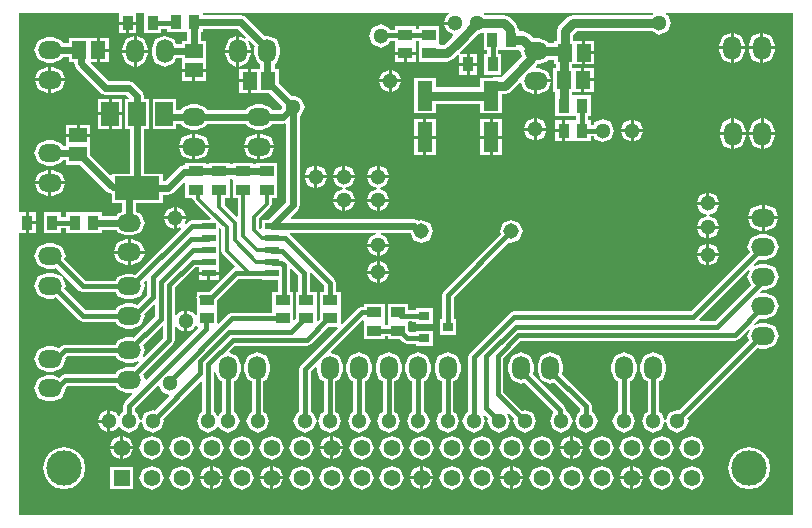
<source format=gbl>
G04*
G04 #@! TF.GenerationSoftware,Altium Limited,Altium Designer,20.0.11 (256)*
G04*
G04 Layer_Physical_Order=2*
G04 Layer_Color=16711680*
%FSLAX44Y44*%
%MOMM*%
G71*
G01*
G75*
%ADD14R,1.2500X0.9500*%
%ADD20R,1.5000X1.3000*%
%ADD30C,0.4000*%
%ADD31C,0.6000*%
%ADD33C,1.3080*%
%ADD34O,1.5240X2.0000*%
%ADD35O,2.0000X1.5000*%
%ADD36C,1.3980*%
%ADD37R,1.3980X1.3980*%
%ADD38O,2.0000X1.5240*%
%ADD39C,1.3000*%
%ADD40C,3.0000*%
%ADD41R,0.9000X0.8000*%
%ADD42R,1.3000X2.5000*%
%ADD43R,0.9500X1.2500*%
%ADD44R,0.9500X1.2500*%
%ADD45R,1.3000X1.5000*%
%ADD46R,1.5000X2.0000*%
%ADD47R,3.8000X2.0000*%
%ADD48R,1.1800X0.5800*%
%ADD49C,0.3000*%
%ADD50C,0.8000*%
G36*
X540799Y428630D02*
X539467Y428079D01*
X473000D01*
X467994Y426006D01*
X460994Y419006D01*
X458921Y414000D01*
Y406040D01*
X456752D01*
Y404079D01*
X451858D01*
X451569Y404776D01*
X443793Y407997D01*
X439806D01*
X435756Y412048D01*
X430750Y414121D01*
X427290D01*
Y415832D01*
X426329D01*
Y416314D01*
X424255Y421319D01*
X419569Y426006D01*
X414564Y428079D01*
X398533D01*
X397201Y428630D01*
X397449Y429876D01*
X540551D01*
X540799Y428630D01*
D02*
G37*
G36*
X658876Y4124D02*
X4124D01*
Y243210D01*
X9730D01*
Y252000D01*
Y260790D01*
X4124D01*
Y429876D01*
X87476D01*
X88710Y429790D01*
X88710Y428606D01*
Y422270D01*
X96000D01*
X103290D01*
X103290Y429790D01*
X104524Y429876D01*
X108476D01*
X109710Y429790D01*
Y412210D01*
X124290D01*
Y416086D01*
X129228D01*
Y413210D01*
X143808D01*
Y413210D01*
X144728D01*
Y413210D01*
X146021D01*
Y406040D01*
X141960D01*
Y402996D01*
X136582D01*
X134859Y407156D01*
X127083Y410377D01*
X119306Y407156D01*
X116085Y399380D01*
Y394620D01*
X119306Y386844D01*
X127083Y383623D01*
X134859Y386844D01*
X136582Y391003D01*
X141960D01*
Y387960D01*
Y382270D01*
X152000D01*
X162040D01*
Y387960D01*
Y406040D01*
X158014D01*
Y413210D01*
X159308D01*
Y416003D01*
X189061D01*
X196246Y408819D01*
X195527Y407742D01*
X190435Y409851D01*
Y398270D01*
X200162D01*
Y399380D01*
X197527Y405742D01*
X198604Y406461D01*
X203905Y401160D01*
X203168Y399380D01*
Y394620D01*
X206389Y386844D01*
X208169Y386107D01*
Y382040D01*
X200270D01*
Y372000D01*
Y361960D01*
X215560D01*
X226597Y350922D01*
X226215Y350000D01*
X226597Y349077D01*
X224954Y347434D01*
X217676D01*
X216977Y349122D01*
X209293Y352305D01*
X204293D01*
X196608Y349122D01*
X195909Y347434D01*
X162883D01*
X162184Y349122D01*
X154500Y352305D01*
X149500D01*
X141816Y349122D01*
X141117Y347434D01*
X137040D01*
Y356540D01*
X116960D01*
Y331460D01*
X137040D01*
Y335441D01*
X141117D01*
X141816Y333753D01*
X149500Y330570D01*
X154500D01*
X162184Y333753D01*
X162883Y335441D01*
X195909D01*
X196608Y333753D01*
X204293Y330570D01*
X209293D01*
X216977Y333753D01*
X217676Y335441D01*
X227437D01*
X228948Y336067D01*
X230004Y335361D01*
Y269754D01*
X214690Y254440D01*
X209290D01*
Y247083D01*
X208117Y246597D01*
X206903Y247811D01*
Y255189D01*
X216622Y264908D01*
X216622Y264908D01*
X217903Y268000D01*
X217903Y268000D01*
Y272523D01*
X222362D01*
Y286752D01*
X222362Y287103D01*
Y288022D01*
X222362Y288372D01*
Y302603D01*
X204782D01*
Y301309D01*
X202320D01*
Y302603D01*
X184740D01*
Y301309D01*
X182277D01*
Y302603D01*
X164697D01*
Y301309D01*
X162235D01*
Y302603D01*
X144655D01*
Y300847D01*
X143538D01*
X139298Y299091D01*
X127204Y286996D01*
X125540D01*
Y293540D01*
X109997D01*
Y331460D01*
X114040D01*
Y356540D01*
X109997D01*
Y359000D01*
X108240Y363240D01*
X101240Y370240D01*
X97000Y371996D01*
X79484D01*
X64694Y386787D01*
X65180Y387960D01*
X69730D01*
Y398000D01*
Y408040D01*
X45960D01*
Y403914D01*
X40893D01*
X40156Y405694D01*
X32380Y408915D01*
X27620D01*
X19844Y405694D01*
X16623Y397918D01*
X19844Y390141D01*
X27620Y386920D01*
X32380D01*
X40156Y390141D01*
X40893Y391921D01*
X45960D01*
Y387960D01*
X50160D01*
Y386843D01*
X51917Y382603D01*
X72760Y361760D01*
X77000Y360004D01*
X94516D01*
X96806Y357713D01*
X96320Y356540D01*
X93960D01*
Y331460D01*
X98004D01*
Y293540D01*
X82460D01*
Y292680D01*
X81287Y292194D01*
X64040Y309440D01*
Y316960D01*
Y324730D01*
X54000D01*
X43960D01*
Y316831D01*
X40893D01*
X40156Y318611D01*
X32380Y321832D01*
X27620D01*
X19844Y318611D01*
X16623Y310835D01*
X19844Y303059D01*
X27620Y299838D01*
X32380D01*
X40156Y303059D01*
X40893Y304839D01*
X43960D01*
Y300960D01*
X55560D01*
X78760Y277760D01*
X82460Y276227D01*
Y268460D01*
X91316D01*
Y261419D01*
X87128Y259684D01*
X86429Y257996D01*
X74082D01*
Y260790D01*
X59853D01*
X59503Y260790D01*
X58583D01*
X58232Y260790D01*
X44002D01*
Y256914D01*
X39290D01*
Y260790D01*
X24710D01*
Y243210D01*
X39290D01*
Y247086D01*
X44002D01*
Y243210D01*
X58232D01*
X58583Y243210D01*
X59503D01*
X59853Y243210D01*
X74082D01*
Y246003D01*
X86429D01*
X87128Y244316D01*
X94812Y241133D01*
X99813D01*
X107497Y244316D01*
X110680Y252000D01*
X107497Y259684D01*
X103309Y261419D01*
Y268460D01*
X125540D01*
Y275004D01*
X129688D01*
X133928Y276760D01*
X143385Y286217D01*
X144655Y285691D01*
Y272523D01*
X150177D01*
X151350Y272320D01*
X152631Y269228D01*
X163530Y258329D01*
X163530Y258329D01*
X163530Y258329D01*
X166246Y255613D01*
X165760Y254440D01*
X156090D01*
Y253914D01*
X150000D01*
X146525Y252475D01*
X145115Y251065D01*
X144039Y251784D01*
X145259Y254730D01*
X137270D01*
Y246741D01*
X140216Y247961D01*
X140935Y246885D01*
X101978Y207928D01*
X99813Y208825D01*
X94812D01*
X87128Y205642D01*
X85981Y202871D01*
X60210D01*
X42192Y220890D01*
X43377Y223752D01*
X40156Y231528D01*
X32380Y234750D01*
X27620D01*
X19844Y231528D01*
X16623Y223752D01*
X19844Y215976D01*
X27620Y212755D01*
X32380D01*
X35242Y213941D01*
X54700Y194483D01*
X58175Y193043D01*
X85981D01*
X87128Y190273D01*
X94812Y187090D01*
X99813D01*
X107497Y190273D01*
X110680Y197957D01*
X109282Y201332D01*
X110913Y202963D01*
X112086Y202477D01*
Y191035D01*
X103392Y182342D01*
X99813Y183825D01*
X94812D01*
X87128Y180642D01*
X85981Y177871D01*
X60210D01*
X42192Y195890D01*
X43377Y198752D01*
X40156Y206528D01*
X32380Y209750D01*
X27620D01*
X19844Y206528D01*
X16623Y198752D01*
X19844Y190976D01*
X27620Y187755D01*
X32380D01*
X35242Y188941D01*
X54700Y169483D01*
X58175Y168043D01*
X85981D01*
X87128Y165273D01*
X94812Y162090D01*
X99813D01*
X107497Y165273D01*
X110680Y172957D01*
X109868Y174918D01*
X117913Y182963D01*
X119086Y182477D01*
Y172638D01*
X100815Y154367D01*
X99813Y154782D01*
X94812D01*
X87128Y151599D01*
X85981Y148829D01*
X42667D01*
X39192Y147390D01*
X37393Y145591D01*
X32380Y147667D01*
X27620D01*
X19844Y144446D01*
X16623Y136670D01*
X19844Y128894D01*
X27620Y125673D01*
X32380D01*
X40156Y128894D01*
X43377Y136670D01*
X43082Y137381D01*
X44702Y139001D01*
X85981D01*
X87128Y136231D01*
X94812Y133048D01*
X99813D01*
X104741Y135089D01*
X105461Y134012D01*
X100815Y129367D01*
X99813Y129782D01*
X94812D01*
X87128Y126599D01*
X85981Y123829D01*
X42667D01*
X39192Y122390D01*
X37393Y120591D01*
X32380Y122667D01*
X27620D01*
X19844Y119446D01*
X16623Y111670D01*
X19844Y103894D01*
X27620Y100673D01*
X32380D01*
X40156Y103894D01*
X43377Y111670D01*
X43082Y112381D01*
X44702Y114001D01*
X85981D01*
X87128Y111231D01*
X94812Y108048D01*
X99302D01*
X99839Y106789D01*
X93525Y100475D01*
X92086Y97000D01*
Y91749D01*
X90081Y90919D01*
X89135Y88635D01*
X87865D01*
X86919Y90919D01*
X81270Y93259D01*
Y84000D01*
Y74741D01*
X86919Y77081D01*
X87865Y79365D01*
X89135D01*
X90081Y77081D01*
X97000Y74215D01*
X103919Y77081D01*
X106313Y82860D01*
X107687D01*
X110081Y77081D01*
X117000Y74215D01*
X123919Y77081D01*
X126785Y84000D01*
X125954Y86005D01*
X157913Y117963D01*
X159086Y117477D01*
Y91749D01*
X157081Y90919D01*
X154215Y84000D01*
X157081Y77081D01*
X164000Y74215D01*
X170919Y77081D01*
X171865Y79365D01*
X173135D01*
X174081Y77081D01*
X181000Y74215D01*
X187919Y77081D01*
X190785Y84000D01*
X187919Y90919D01*
X185749Y91818D01*
Y117727D01*
X188446Y118844D01*
X191667Y126620D01*
Y131380D01*
X188446Y139156D01*
X182256Y141720D01*
X182008Y142966D01*
X186688Y147645D01*
X247477D01*
X250951Y149084D01*
X265452Y163585D01*
X273152D01*
X273638Y162411D01*
X242525Y131299D01*
X241086Y127824D01*
Y91749D01*
X239081Y90919D01*
X236215Y84000D01*
X239081Y77081D01*
X246000Y74215D01*
X252919Y77081D01*
X255785Y84000D01*
X252919Y90919D01*
X250914Y91749D01*
Y125789D01*
X254582Y129457D01*
X255755Y128971D01*
Y126620D01*
X258976Y118844D01*
X261838Y117658D01*
Y91749D01*
X259834Y90919D01*
X256968Y84000D01*
X259834Y77081D01*
X266752Y74215D01*
X273671Y77081D01*
X276537Y84000D01*
X273671Y90919D01*
X271667Y91749D01*
Y117658D01*
X274529Y118844D01*
X277750Y126620D01*
Y131380D01*
X274529Y139156D01*
X268339Y141720D01*
X268091Y142966D01*
X294702Y169576D01*
X295875Y169090D01*
Y167935D01*
X295875Y167585D01*
Y153355D01*
X313455D01*
Y155658D01*
X315917D01*
Y153210D01*
X326548D01*
X329088Y150670D01*
X332563Y149231D01*
X339960D01*
Y147605D01*
X354040D01*
Y160685D01*
X339960D01*
Y159059D01*
X334598D01*
X333498Y160159D01*
X333498Y167790D01*
X334541Y168336D01*
X336246D01*
X336500Y168231D01*
X339960D01*
Y166605D01*
X354040D01*
Y179685D01*
X339960D01*
Y178059D01*
X336649D01*
X336395Y178164D01*
X333498D01*
Y183290D01*
X315917D01*
Y169060D01*
X315917Y168710D01*
Y167790D01*
X315917Y167440D01*
Y165487D01*
X313455D01*
Y167585D01*
X313455Y167935D01*
Y168855D01*
X313455Y169205D01*
Y183435D01*
X295875D01*
Y180914D01*
X294176D01*
X294176Y180914D01*
X290701Y179475D01*
X277256Y166030D01*
X276082Y166516D01*
Y178165D01*
X276082D01*
Y179085D01*
X276082D01*
Y193665D01*
X271914D01*
Y201000D01*
X270475Y204475D01*
X232877Y242073D01*
X233403Y243343D01*
X306028D01*
X306281Y242073D01*
X301081Y239919D01*
X298741Y234270D01*
X317259D01*
X314919Y239919D01*
X309719Y242073D01*
X309972Y243343D01*
X335324D01*
X337663Y237695D01*
X344613Y234817D01*
X351562Y237695D01*
X354441Y244645D01*
X351562Y251595D01*
X344613Y254473D01*
X342305Y253517D01*
X342242Y253579D01*
X338002Y255336D01*
X234205D01*
X233719Y256509D01*
X240240Y263030D01*
X241996Y267270D01*
Y342699D01*
X242919Y343081D01*
X245785Y350000D01*
X242919Y356919D01*
X236000Y359785D01*
X235078Y359403D01*
X224040Y370440D01*
Y382040D01*
X220161D01*
Y386107D01*
X221941Y386844D01*
X225162Y394620D01*
Y399380D01*
X221941Y407156D01*
X214165Y410377D01*
X212385Y409640D01*
X195785Y426240D01*
X191545Y427996D01*
X159308D01*
Y429876D01*
X367551D01*
X367799Y428630D01*
X366081Y427919D01*
X363741Y422270D01*
X373000D01*
Y419730D01*
X363741D01*
X366081Y414081D01*
X371381Y411886D01*
X371629Y410640D01*
X370494Y409506D01*
X370494Y409505D01*
X363568Y402579D01*
X360040D01*
X359705Y403710D01*
X359705Y404060D01*
Y418290D01*
X342125D01*
Y415914D01*
X339662D01*
Y418290D01*
X322082D01*
Y415414D01*
X317542D01*
X316919Y416919D01*
X310000Y419785D01*
X303081Y416919D01*
X300215Y410000D01*
X303081Y403081D01*
X310000Y400215D01*
X316919Y403081D01*
X317956Y405586D01*
X322082D01*
Y404060D01*
X322082Y403710D01*
Y402790D01*
X322082Y402440D01*
Y396770D01*
X330872D01*
X339662D01*
Y402440D01*
X339662Y402790D01*
Y403710D01*
X339662Y404060D01*
Y406086D01*
X342125D01*
Y404060D01*
X342125Y403710D01*
Y402790D01*
X342125Y402440D01*
Y388210D01*
X359705D01*
Y388421D01*
X366500D01*
X371506Y390494D01*
X375440Y394429D01*
X376710Y393903D01*
Y387270D01*
X382730D01*
Y394790D01*
X377597D01*
X377071Y396060D01*
X380505Y399495D01*
X380505Y399495D01*
X392386Y411375D01*
X396154Y412936D01*
X397210Y412230D01*
Y398252D01*
X399836D01*
Y394790D01*
X397710D01*
Y377210D01*
X412290D01*
Y394790D01*
X409664D01*
Y398252D01*
X411790D01*
X411790Y398252D01*
X412710D01*
Y398252D01*
X413060Y398252D01*
X427180D01*
X428181Y397352D01*
X428036Y397000D01*
X429781Y392785D01*
X412075Y375079D01*
X405996D01*
X404695Y374540D01*
X394456D01*
Y366579D01*
X356536D01*
Y374540D01*
X338456D01*
Y344460D01*
X356536D01*
Y352421D01*
X394456D01*
Y344460D01*
X412536D01*
Y360921D01*
X415007D01*
X420013Y362994D01*
X427515Y370497D01*
X428761Y370249D01*
X431256Y364224D01*
X439033Y361003D01*
X440143D01*
Y372000D01*
X441413D01*
Y373270D01*
X454264D01*
X451569Y379776D01*
X443793Y382997D01*
X441675D01*
X441189Y384170D01*
X442653Y385634D01*
X442805Y386003D01*
X443793D01*
X451569Y389224D01*
X451858Y389921D01*
X456752D01*
Y385960D01*
X458276D01*
Y383040D01*
X456315D01*
Y362960D01*
X457921D01*
Y359790D01*
X457710D01*
Y342210D01*
X471940D01*
X472290Y342210D01*
X473210D01*
X473560Y342210D01*
X475586D01*
Y338790D01*
X473560D01*
X473210Y338790D01*
X472290D01*
X471940Y338790D01*
X466270D01*
Y330000D01*
Y321210D01*
X471940D01*
X472290Y321210D01*
X473210D01*
X473560Y321210D01*
X487790D01*
Y325086D01*
X490251D01*
X491081Y323081D01*
X498000Y320215D01*
X504919Y323081D01*
X507785Y330000D01*
X504919Y336919D01*
X498000Y339785D01*
X491081Y336919D01*
X490251Y334914D01*
X487790D01*
Y338790D01*
X485414D01*
Y342210D01*
X487790D01*
Y359790D01*
X473560D01*
X473210Y359790D01*
X472079Y360125D01*
Y362960D01*
X480085D01*
Y373000D01*
Y383040D01*
X472434D01*
Y385960D01*
X480522D01*
Y396000D01*
Y406040D01*
X473079D01*
Y411068D01*
X475932Y413921D01*
X539467D01*
X546000Y411215D01*
X552919Y414081D01*
X555785Y421000D01*
X552919Y427919D01*
X551201Y428630D01*
X551449Y429876D01*
X658876D01*
Y4124D01*
D02*
G37*
G36*
X184740Y288418D02*
X184740Y287103D01*
X184740Y286752D01*
Y272523D01*
X189157D01*
Y257216D01*
X187984Y256730D01*
X177860Y266854D01*
Y272523D01*
X182277D01*
Y286752D01*
X182277Y287103D01*
Y288046D01*
X182770Y288839D01*
X184196Y288961D01*
X184740Y288418D01*
D02*
G37*
G36*
X175157Y246702D02*
Y228063D01*
X175157Y228062D01*
X176438Y224970D01*
X186469Y214939D01*
X186171Y213441D01*
X183838Y212475D01*
X165028Y193665D01*
X154210D01*
Y190054D01*
X153877Y189250D01*
X154210Y188446D01*
Y179085D01*
X154210D01*
Y178165D01*
X154210D01*
Y173643D01*
X152964Y173395D01*
X151919Y175919D01*
X146270Y178259D01*
Y169000D01*
Y159741D01*
X151919Y162081D01*
X152964Y164605D01*
X154210Y164357D01*
Y163585D01*
X154976D01*
X155462Y162411D01*
X111853Y118803D01*
X110530Y119276D01*
X108800Y123453D01*
X134475Y149128D01*
X134475Y149128D01*
X135914Y152602D01*
X135914Y152602D01*
Y164058D01*
X137160Y164306D01*
X138081Y162081D01*
X143730Y159741D01*
Y169000D01*
Y178259D01*
X138081Y175919D01*
X137160Y173694D01*
X135914Y173942D01*
Y196964D01*
X153035Y214086D01*
X156090D01*
Y210270D01*
X164530D01*
X172970D01*
Y213560D01*
Y223560D01*
Y233560D01*
Y247230D01*
X174143Y247716D01*
X175157Y246702D01*
D02*
G37*
G36*
X240378Y207349D02*
Y193665D01*
X238295D01*
Y179085D01*
X238295D01*
Y178165D01*
X238295D01*
Y170534D01*
X237006Y169245D01*
X235833Y169731D01*
Y178165D01*
X235833D01*
Y179085D01*
X235833D01*
Y193665D01*
X233084D01*
Y212984D01*
X234257Y213470D01*
X240378Y207349D01*
D02*
G37*
G36*
X262086Y198965D02*
Y193665D01*
X258503D01*
Y179085D01*
X258502D01*
Y178165D01*
X258503D01*
Y170534D01*
X257048Y169080D01*
X255875Y169566D01*
Y178165D01*
X255875D01*
Y179085D01*
X255875D01*
Y193665D01*
X250207D01*
Y209048D01*
X251343Y209708D01*
X262086Y198965D01*
D02*
G37*
G36*
X209290Y203560D02*
X223256D01*
Y193665D01*
X218253D01*
Y179085D01*
X218253D01*
Y178165D01*
X218253D01*
Y175789D01*
X184470D01*
X180995Y174350D01*
X172963Y166318D01*
X171790Y166804D01*
Y178165D01*
X171790D01*
Y179085D01*
X171790D01*
Y186528D01*
X189348Y204086D01*
X209290D01*
Y203560D01*
D02*
G37*
G36*
X126086Y164079D02*
Y154638D01*
X109715Y138267D01*
X108638Y138986D01*
X110680Y143915D01*
X108800Y148453D01*
X124913Y164565D01*
X126086Y164079D01*
D02*
G37*
G36*
X122533Y114090D02*
X124633Y109020D01*
X130744Y106489D01*
X131042Y104991D01*
X119005Y92954D01*
X117000Y93785D01*
X110081Y90919D01*
X107687Y85140D01*
X106313D01*
X103919Y90919D01*
X101914Y91749D01*
Y94965D01*
X121288Y114338D01*
X122533Y114090D01*
D02*
G37*
G36*
X172894Y118844D02*
X175921Y117590D01*
Y91681D01*
X174081Y90919D01*
X173135Y88635D01*
X171865D01*
X170919Y90919D01*
X168914Y91749D01*
Y125133D01*
X170184Y125386D01*
X172894Y118844D01*
D02*
G37*
%LPC*%
G36*
X103290Y419730D02*
X97270D01*
Y412210D01*
X103290D01*
Y419730D01*
D02*
G37*
G36*
X94730D02*
X88710D01*
Y412210D01*
X94730D01*
Y419730D01*
D02*
G37*
G36*
X608833Y412851D02*
Y401270D01*
X618560D01*
Y402380D01*
X615339Y410156D01*
X608833Y412851D01*
D02*
G37*
G36*
X633832Y412851D02*
Y401270D01*
X643560D01*
Y402380D01*
X640339Y410156D01*
X633832Y412851D01*
D02*
G37*
G36*
X631292Y412851D02*
X624786Y410156D01*
X621565Y402380D01*
Y401270D01*
X631292D01*
Y412851D01*
D02*
G37*
G36*
X606293Y412851D02*
X599786Y410156D01*
X596565Y402380D01*
Y401270D01*
X606293D01*
Y412851D01*
D02*
G37*
G36*
X80040Y408040D02*
X72270D01*
Y399270D01*
X80040D01*
Y408040D01*
D02*
G37*
G36*
X103352Y409851D02*
Y398270D01*
X113080D01*
Y399380D01*
X109859Y407156D01*
X103352Y409851D01*
D02*
G37*
G36*
X187895Y409851D02*
X181389Y407156D01*
X178168Y399380D01*
Y398270D01*
X187895D01*
Y409851D01*
D02*
G37*
G36*
X100813Y409851D02*
X94306Y407156D01*
X91085Y399380D01*
Y398270D01*
X100813D01*
Y409851D01*
D02*
G37*
G36*
X490832Y406040D02*
X483063D01*
Y397270D01*
X490832D01*
Y406040D01*
D02*
G37*
G36*
X339662Y394230D02*
X332142D01*
Y388210D01*
X339662D01*
Y394230D01*
D02*
G37*
G36*
X329602D02*
X322082D01*
Y388210D01*
X329602D01*
Y394230D01*
D02*
G37*
G36*
X80040Y396730D02*
X72270D01*
Y387960D01*
X80040D01*
Y396730D01*
D02*
G37*
G36*
X391290Y394790D02*
X385270D01*
Y387270D01*
X391290D01*
Y394790D01*
D02*
G37*
G36*
X618560Y398730D02*
X608833D01*
Y387149D01*
X615339Y389844D01*
X618560Y397620D01*
Y398730D01*
D02*
G37*
G36*
X631292D02*
X621565D01*
Y397620D01*
X624786Y389844D01*
X631292Y387149D01*
Y398730D01*
D02*
G37*
G36*
X643560D02*
X633832D01*
Y387149D01*
X640339Y389844D01*
X643560Y397620D01*
Y398730D01*
D02*
G37*
G36*
X606293D02*
X596565D01*
Y397620D01*
X599786Y389844D01*
X606293Y387149D01*
Y398730D01*
D02*
G37*
G36*
X490832Y394730D02*
X483063D01*
Y385960D01*
X490832D01*
Y394730D01*
D02*
G37*
G36*
X187895Y395730D02*
X178168D01*
Y394620D01*
X181389Y386844D01*
X187895Y384149D01*
Y395730D01*
D02*
G37*
G36*
X113080D02*
X103352D01*
Y384149D01*
X109859Y386844D01*
X113080Y394620D01*
Y395730D01*
D02*
G37*
G36*
X100813D02*
X91085D01*
Y394620D01*
X94306Y386844D01*
X100813Y384149D01*
Y395730D01*
D02*
G37*
G36*
X200162D02*
X190435D01*
Y384149D01*
X196941Y386844D01*
X200162Y394620D01*
Y395730D01*
D02*
G37*
G36*
X391290Y384730D02*
X385270D01*
Y377210D01*
X391290D01*
Y384730D01*
D02*
G37*
G36*
X382730D02*
X376710D01*
Y377210D01*
X382730D01*
Y384730D01*
D02*
G37*
G36*
X490395Y383040D02*
X482625D01*
Y374270D01*
X490395D01*
Y383040D01*
D02*
G37*
G36*
X32380Y383915D02*
X31270D01*
Y374188D01*
X42851D01*
X40156Y380694D01*
X32380Y383915D01*
D02*
G37*
G36*
X28730D02*
X27620D01*
X19844Y380694D01*
X17149Y374188D01*
X28730D01*
Y383915D01*
D02*
G37*
G36*
X197730Y382040D02*
X189960D01*
Y373270D01*
X197730D01*
Y382040D01*
D02*
G37*
G36*
X319270Y381259D02*
Y373270D01*
X327259D01*
X324919Y378919D01*
X319270Y381259D01*
D02*
G37*
G36*
X316730D02*
X311081Y378919D01*
X308741Y373270D01*
X316730D01*
Y381259D01*
D02*
G37*
G36*
X162040Y379730D02*
X153270D01*
Y371960D01*
X162040D01*
Y379730D01*
D02*
G37*
G36*
X150730D02*
X141960D01*
Y371960D01*
X150730D01*
Y379730D01*
D02*
G37*
G36*
X490395Y371730D02*
X482625D01*
Y362960D01*
X490395D01*
Y371730D01*
D02*
G37*
G36*
X327259Y370730D02*
X319270D01*
Y362741D01*
X324919Y365081D01*
X327259Y370730D01*
D02*
G37*
G36*
X316730D02*
X308741D01*
X311081Y365081D01*
X316730Y362741D01*
Y370730D01*
D02*
G37*
G36*
X197730Y370730D02*
X189960D01*
Y361960D01*
X197730D01*
Y370730D01*
D02*
G37*
G36*
X42851Y371647D02*
X31270D01*
Y361920D01*
X32380D01*
X40156Y365141D01*
X42851Y371647D01*
D02*
G37*
G36*
X28730D02*
X17149D01*
X19844Y365141D01*
X27620Y361920D01*
X28730D01*
Y371647D01*
D02*
G37*
G36*
X454264Y370730D02*
X442683D01*
Y361003D01*
X443793D01*
X451569Y364224D01*
X454264Y370730D01*
D02*
G37*
G36*
X91040Y356540D02*
X82270D01*
Y345270D01*
X91040D01*
Y356540D01*
D02*
G37*
G36*
X79730D02*
X70960D01*
Y345270D01*
X79730D01*
Y356540D01*
D02*
G37*
G36*
X442270Y340259D02*
Y332270D01*
X450259D01*
X447919Y337919D01*
X442270Y340259D01*
D02*
G37*
G36*
X439730D02*
X434081Y337919D01*
X431741Y332270D01*
X439730D01*
Y340259D01*
D02*
G37*
G36*
X91040Y342730D02*
X82270D01*
Y331460D01*
X91040D01*
Y342730D01*
D02*
G37*
G36*
X79730D02*
X70960D01*
Y331460D01*
X79730D01*
Y342730D01*
D02*
G37*
G36*
X463730Y338790D02*
X457710D01*
Y331270D01*
X463730D01*
Y338790D01*
D02*
G37*
G36*
X524270Y339259D02*
Y331270D01*
X532259D01*
X529919Y336919D01*
X524270Y339259D01*
D02*
G37*
G36*
X521730D02*
X516081Y336919D01*
X513741Y331270D01*
X521730D01*
Y339259D01*
D02*
G37*
G36*
X609270Y340246D02*
Y328665D01*
X618997D01*
Y329775D01*
X615776Y337551D01*
X609270Y340246D01*
D02*
G37*
G36*
X634270Y340246D02*
Y328665D01*
X643997D01*
Y329775D01*
X640776Y337551D01*
X634270Y340246D01*
D02*
G37*
G36*
X631730Y340246D02*
X625224Y337551D01*
X622003Y329775D01*
Y328665D01*
X631730D01*
Y340246D01*
D02*
G37*
G36*
X606730Y340246D02*
X600224Y337551D01*
X597003Y329775D01*
Y328665D01*
X606730D01*
Y340246D01*
D02*
G37*
G36*
X64040Y335040D02*
X55270D01*
Y327270D01*
X64040D01*
Y335040D01*
D02*
G37*
G36*
X52730D02*
X43960D01*
Y327270D01*
X52730D01*
Y335040D01*
D02*
G37*
G36*
X412536Y339540D02*
X404766D01*
Y325770D01*
X412536D01*
Y339540D01*
D02*
G37*
G36*
X356536D02*
X348766D01*
Y325770D01*
X356536D01*
Y339540D01*
D02*
G37*
G36*
X402226D02*
X394456D01*
Y325770D01*
X402226D01*
Y339540D01*
D02*
G37*
G36*
X346226D02*
X338456D01*
Y325770D01*
X346226D01*
Y339540D01*
D02*
G37*
G36*
X450259Y329730D02*
X442270D01*
Y321741D01*
X447919Y324081D01*
X450259Y329730D01*
D02*
G37*
G36*
X439730D02*
X431741D01*
X434081Y324081D01*
X439730Y321741D01*
Y329730D01*
D02*
G37*
G36*
X463730Y328730D02*
X457710D01*
Y321210D01*
X463730D01*
Y328730D01*
D02*
G37*
G36*
X532259Y328730D02*
X524270D01*
Y320741D01*
X529919Y323081D01*
X532259Y328730D01*
D02*
G37*
G36*
X521730D02*
X513741D01*
X516081Y323081D01*
X521730Y320741D01*
Y328730D01*
D02*
G37*
G36*
X209293Y327305D02*
X208063D01*
Y317708D01*
X219634D01*
X216977Y324122D01*
X209293Y327305D01*
D02*
G37*
G36*
X205523D02*
X204293D01*
X196608Y324122D01*
X193951Y317708D01*
X205523D01*
Y327305D01*
D02*
G37*
G36*
X154500D02*
X153270D01*
Y317708D01*
X164841D01*
X162184Y324122D01*
X154500Y327305D01*
D02*
G37*
G36*
X150730D02*
X149500D01*
X141816Y324122D01*
X139159Y317708D01*
X150730D01*
Y327305D01*
D02*
G37*
G36*
X631730Y326125D02*
X622003D01*
Y325015D01*
X625224Y317239D01*
X631730Y314544D01*
Y326125D01*
D02*
G37*
G36*
X618997D02*
X609270D01*
Y314544D01*
X615776Y317239D01*
X618997Y325015D01*
Y326125D01*
D02*
G37*
G36*
X606730D02*
X597003D01*
Y325015D01*
X600224Y317239D01*
X606730Y314544D01*
Y326125D01*
D02*
G37*
G36*
X643997D02*
X634270D01*
Y314544D01*
X640776Y317239D01*
X643997Y325015D01*
Y326125D01*
D02*
G37*
G36*
X412536Y323230D02*
X404766D01*
Y309460D01*
X412536D01*
Y323230D01*
D02*
G37*
G36*
X402226D02*
X394456D01*
Y309460D01*
X402226D01*
Y323230D01*
D02*
G37*
G36*
X356536D02*
X348766D01*
Y309460D01*
X356536D01*
Y323230D01*
D02*
G37*
G36*
X346226D02*
X338456D01*
Y309460D01*
X346226D01*
Y323230D01*
D02*
G37*
G36*
X219634Y315168D02*
X208063D01*
Y305570D01*
X209293D01*
X216977Y308753D01*
X219634Y315168D01*
D02*
G37*
G36*
X205523D02*
X193951D01*
X196608Y308753D01*
X204293Y305570D01*
X205523D01*
Y315168D01*
D02*
G37*
G36*
X164841Y315168D02*
X153270D01*
Y305570D01*
X154500D01*
X162184Y308753D01*
X164841Y315168D01*
D02*
G37*
G36*
X150730D02*
X139159D01*
X141816Y308753D01*
X149500Y305570D01*
X150730D01*
Y315168D01*
D02*
G37*
G36*
X309270Y300259D02*
Y292270D01*
X317259D01*
X314919Y297919D01*
X309270Y300259D01*
D02*
G37*
G36*
X306730D02*
X301081Y297919D01*
X298741Y292270D01*
X306730D01*
Y300259D01*
D02*
G37*
G36*
X280270D02*
Y292270D01*
X288259D01*
X285919Y297919D01*
X280270Y300259D01*
D02*
G37*
G36*
X277730D02*
X272081Y297919D01*
X269741Y292270D01*
X277730D01*
Y300259D01*
D02*
G37*
G36*
X256270D02*
Y292270D01*
X264259D01*
X261919Y297919D01*
X256270Y300259D01*
D02*
G37*
G36*
X253730D02*
X248081Y297919D01*
X245741Y292270D01*
X253730D01*
Y300259D01*
D02*
G37*
G36*
X32380Y296832D02*
X31270D01*
Y287105D01*
X42851D01*
X40156Y293611D01*
X32380Y296832D01*
D02*
G37*
G36*
X28730D02*
X27620D01*
X19844Y293611D01*
X17149Y287105D01*
X28730D01*
Y296832D01*
D02*
G37*
G36*
X264259Y289730D02*
X256270D01*
Y281741D01*
X261919Y284081D01*
X264259Y289730D01*
D02*
G37*
G36*
X253730D02*
X245741D01*
X248081Y284081D01*
X253730Y281741D01*
Y289730D01*
D02*
G37*
G36*
X42851Y284565D02*
X31270D01*
Y274838D01*
X32380D01*
X40156Y278059D01*
X42851Y284565D01*
D02*
G37*
G36*
X28730D02*
X17149D01*
X19844Y278059D01*
X27620Y274838D01*
X28730D01*
Y284565D01*
D02*
G37*
G36*
X317259Y289730D02*
X298741D01*
X301081Y284081D01*
X306860Y281687D01*
Y280313D01*
X301081Y277919D01*
X298741Y272270D01*
X317259D01*
X314919Y277919D01*
X309140Y280313D01*
Y281687D01*
X314919Y284081D01*
X317259Y289730D01*
D02*
G37*
G36*
X288259D02*
X269741D01*
X272081Y284081D01*
X277860Y281687D01*
Y280313D01*
X272081Y277919D01*
X269741Y272270D01*
X288259D01*
X285919Y277919D01*
X280140Y280313D01*
Y281687D01*
X285919Y284081D01*
X288259Y289730D01*
D02*
G37*
G36*
X588270Y277529D02*
Y269540D01*
X596259D01*
X593919Y275189D01*
X588270Y277529D01*
D02*
G37*
G36*
X585730D02*
X580081Y275189D01*
X577741Y269540D01*
X585730D01*
Y277529D01*
D02*
G37*
G36*
X317259Y269730D02*
X309270D01*
Y261741D01*
X314919Y264081D01*
X317259Y269730D01*
D02*
G37*
G36*
X306730D02*
X298741D01*
X301081Y264081D01*
X306730Y261741D01*
Y269730D01*
D02*
G37*
G36*
X288259D02*
X280270D01*
Y261741D01*
X285919Y264081D01*
X288259Y269730D01*
D02*
G37*
G36*
X277730D02*
X269741D01*
X272081Y264081D01*
X277730Y261741D01*
Y269730D01*
D02*
G37*
G36*
X636380Y267310D02*
X635270D01*
Y257582D01*
X646851D01*
X644156Y264089D01*
X636380Y267310D01*
D02*
G37*
G36*
X632730D02*
X631620D01*
X623844Y264089D01*
X621149Y257582D01*
X632730D01*
Y267310D01*
D02*
G37*
G36*
X137270Y265259D02*
Y257270D01*
X145259D01*
X142919Y262919D01*
X137270Y265259D01*
D02*
G37*
G36*
X134730D02*
X129081Y262919D01*
X126741Y257270D01*
X134730D01*
Y265259D01*
D02*
G37*
G36*
X18290Y260790D02*
X12270D01*
Y253270D01*
X18290D01*
Y260790D01*
D02*
G37*
G36*
X596259Y267000D02*
X577741D01*
X580081Y261351D01*
X586186Y258822D01*
Y257448D01*
X580081Y254919D01*
X577741Y249270D01*
X596259D01*
X593919Y254919D01*
X587814Y257448D01*
Y258822D01*
X593919Y261351D01*
X596259Y267000D01*
D02*
G37*
G36*
X134730Y254730D02*
X126741D01*
X129081Y249081D01*
X134730Y246741D01*
Y254730D01*
D02*
G37*
G36*
X646851Y255042D02*
X635270D01*
Y245315D01*
X636380D01*
X644156Y248536D01*
X646851Y255042D01*
D02*
G37*
G36*
X632730D02*
X621149D01*
X623844Y248536D01*
X631620Y245315D01*
X632730D01*
Y255042D01*
D02*
G37*
G36*
X18290Y250730D02*
X12270D01*
Y243210D01*
X18290D01*
Y250730D01*
D02*
G37*
G36*
X596259Y246730D02*
X588270D01*
Y238741D01*
X593919Y241081D01*
X596259Y246730D01*
D02*
G37*
G36*
X585730D02*
X577741D01*
X580081Y241081D01*
X585730Y238741D01*
Y246730D01*
D02*
G37*
G36*
X420612Y254473D02*
X413663Y251595D01*
X410784Y244645D01*
X411628Y242609D01*
X363525Y194507D01*
X362086Y191032D01*
Y170185D01*
X359960D01*
Y157105D01*
X374040D01*
Y170185D01*
X371914D01*
Y188997D01*
X418577Y235660D01*
X420612Y234817D01*
X427562Y237695D01*
X430441Y244645D01*
X427562Y251595D01*
X420612Y254473D01*
D02*
G37*
G36*
X99813Y237867D02*
X98582D01*
Y228270D01*
X110154D01*
X107497Y234684D01*
X99813Y237867D01*
D02*
G37*
G36*
X96042D02*
X94812D01*
X87128Y234684D01*
X84471Y228270D01*
X96042D01*
Y237867D01*
D02*
G37*
G36*
X588270Y234259D02*
Y226270D01*
X596259D01*
X593919Y231919D01*
X588270Y234259D01*
D02*
G37*
G36*
X585730D02*
X580081Y231919D01*
X577741Y226270D01*
X585730D01*
Y234259D01*
D02*
G37*
G36*
X317259Y231730D02*
X309270D01*
Y223741D01*
X314919Y226081D01*
X317259Y231730D01*
D02*
G37*
G36*
X306730D02*
X298741D01*
X301081Y226081D01*
X306730Y223741D01*
Y231730D01*
D02*
G37*
G36*
X636380Y242310D02*
X631620D01*
X623844Y239089D01*
X620623Y231313D01*
X622505Y226768D01*
X572652Y176914D01*
X423000D01*
X419525Y175475D01*
X385525Y141475D01*
X384086Y138000D01*
Y91749D01*
X382081Y90919D01*
X379215Y84000D01*
X382081Y77081D01*
X389000Y74215D01*
X395919Y77081D01*
X398785Y84000D01*
X397039Y88216D01*
X398115Y88935D01*
X401046Y86005D01*
X400215Y84000D01*
X403081Y77081D01*
X410000Y74215D01*
X416919Y77081D01*
X419785Y84000D01*
X417331Y89923D01*
X418408Y90642D01*
X423046Y86005D01*
X422215Y84000D01*
X425081Y77081D01*
X432000Y74215D01*
X438919Y77081D01*
X441785Y84000D01*
X438919Y90919D01*
X432000Y93785D01*
X429995Y92954D01*
X413914Y109036D01*
Y137467D01*
X428533Y152086D01*
X609688D01*
X613162Y153525D01*
X621581Y161944D01*
X622657Y161224D01*
X620623Y156313D01*
X622056Y152852D01*
X562407Y93202D01*
X561000Y93785D01*
X554081Y90919D01*
X551687Y85140D01*
X550313D01*
X547919Y90919D01*
X545914Y91749D01*
Y117658D01*
X548776Y118844D01*
X551997Y126620D01*
Y131380D01*
X548776Y139156D01*
X541000Y142377D01*
X533224Y139156D01*
X530003Y131380D01*
Y126620D01*
X533224Y118844D01*
X536086Y117658D01*
Y91749D01*
X534081Y90919D01*
X531215Y84000D01*
X534081Y77081D01*
X541000Y74215D01*
X547919Y77081D01*
X550313Y82860D01*
X551687D01*
X554081Y77081D01*
X561000Y74215D01*
X567919Y77081D01*
X570785Y84000D01*
X569706Y86603D01*
X629356Y146253D01*
X631620Y145315D01*
X636380D01*
X644156Y148536D01*
X647377Y156313D01*
X644156Y164089D01*
X636380Y167310D01*
X631620D01*
X626708Y165275D01*
X625989Y166352D01*
X630441Y170804D01*
X631620Y170315D01*
X636380D01*
X644156Y173536D01*
X647377Y181313D01*
X644156Y189089D01*
X636380Y192310D01*
X632055D01*
X631465Y193515D01*
X633265Y195315D01*
X636380D01*
X644156Y198536D01*
X647377Y206313D01*
X644156Y214089D01*
X636380Y217310D01*
X631620D01*
X626708Y215275D01*
X625989Y216352D01*
X630441Y220804D01*
X631620Y220315D01*
X636380D01*
X644156Y223536D01*
X647377Y231313D01*
X644156Y239089D01*
X636380Y242310D01*
D02*
G37*
G36*
X110154Y225730D02*
X98582D01*
Y216133D01*
X99813D01*
X107497Y219316D01*
X110154Y225730D01*
D02*
G37*
G36*
X96042D02*
X84471D01*
X87128Y219316D01*
X94812Y216133D01*
X96042D01*
Y225730D01*
D02*
G37*
G36*
X596259Y223730D02*
X588270D01*
Y215741D01*
X593919Y218081D01*
X596259Y223730D01*
D02*
G37*
G36*
X585730D02*
X577741D01*
X580081Y218081D01*
X585730Y215741D01*
Y223730D01*
D02*
G37*
G36*
X309270Y219259D02*
Y211270D01*
X317259D01*
X314919Y216919D01*
X309270Y219259D01*
D02*
G37*
G36*
X306730D02*
X301081Y216919D01*
X298741Y211270D01*
X306730D01*
Y219259D01*
D02*
G37*
G36*
X317259Y208730D02*
X309270D01*
Y200741D01*
X314919Y203081D01*
X317259Y208730D01*
D02*
G37*
G36*
X306730D02*
X298741D01*
X301081Y203081D01*
X306730Y200741D01*
Y208730D01*
D02*
G37*
G36*
X78730Y93259D02*
X73081Y90919D01*
X70741Y85270D01*
X78730D01*
Y93259D01*
D02*
G37*
G36*
Y82730D02*
X70741D01*
X73081Y77081D01*
X78730Y74741D01*
Y82730D01*
D02*
G37*
G36*
X516000Y142377D02*
X508224Y139156D01*
X505003Y131380D01*
Y126620D01*
X508224Y118844D01*
X511086Y117658D01*
Y91749D01*
X509081Y90919D01*
X506215Y84000D01*
X509081Y77081D01*
X516000Y74215D01*
X522919Y77081D01*
X525785Y84000D01*
X522919Y90919D01*
X520914Y91749D01*
Y117658D01*
X523776Y118844D01*
X526997Y126620D01*
Y131380D01*
X523776Y139156D01*
X516000Y142377D01*
D02*
G37*
G36*
X453835D02*
X446059Y139156D01*
X442838Y131380D01*
Y126620D01*
X446059Y118844D01*
X453835Y115623D01*
X456697Y116808D01*
X479086Y94419D01*
Y91749D01*
X477081Y90919D01*
X474215Y84000D01*
X477081Y77081D01*
X484000Y74215D01*
X490919Y77081D01*
X493785Y84000D01*
X490919Y90919D01*
X488914Y91749D01*
Y96455D01*
X488914Y96455D01*
X487475Y99930D01*
X463647Y123758D01*
X464832Y126620D01*
Y131380D01*
X461611Y139156D01*
X453835Y142377D01*
D02*
G37*
G36*
X428835D02*
X421059Y139156D01*
X417838Y131380D01*
Y126620D01*
X421059Y118844D01*
X428835Y115623D01*
X431697Y116808D01*
X456173Y92332D01*
X456080Y90919D01*
X453214Y84000D01*
X456080Y77081D01*
X462999Y74215D01*
X469918Y77081D01*
X472784Y84000D01*
X469918Y90919D01*
X466765Y92225D01*
Y93604D01*
X465326Y97079D01*
X438647Y123758D01*
X439832Y126620D01*
Y131380D01*
X436611Y139156D01*
X428835Y142377D01*
D02*
G37*
G36*
X366753D02*
X358976Y139156D01*
X355755Y131380D01*
Y126620D01*
X358976Y118844D01*
X361838Y117658D01*
Y91749D01*
X359833Y90919D01*
X356968Y84000D01*
X359833Y77081D01*
X366753Y74215D01*
X373671Y77081D01*
X376537Y84000D01*
X373671Y90919D01*
X371666Y91749D01*
Y117658D01*
X374529Y118844D01*
X377750Y126620D01*
Y131380D01*
X374529Y139156D01*
X366753Y142377D01*
D02*
G37*
G36*
X341753D02*
X333976Y139156D01*
X330755Y131380D01*
Y126620D01*
X333976Y118844D01*
X336838Y117658D01*
Y91749D01*
X334833Y90919D01*
X331968Y84000D01*
X334833Y77081D01*
X341753Y74215D01*
X348671Y77081D01*
X351537Y84000D01*
X348671Y90919D01*
X346666Y91749D01*
Y117658D01*
X349529Y118844D01*
X352750Y126620D01*
Y131380D01*
X349529Y139156D01*
X341753Y142377D01*
D02*
G37*
G36*
X316752D02*
X308976Y139156D01*
X305755Y131380D01*
Y126620D01*
X308976Y118844D01*
X311838Y117658D01*
Y91749D01*
X309834Y90919D01*
X306968Y84000D01*
X309834Y77081D01*
X316752Y74215D01*
X323671Y77081D01*
X326537Y84000D01*
X323671Y90919D01*
X321666Y91749D01*
Y117658D01*
X324529Y118844D01*
X327750Y126620D01*
Y131380D01*
X324529Y139156D01*
X316752Y142377D01*
D02*
G37*
G36*
X291752D02*
X283976Y139156D01*
X280755Y131380D01*
Y126620D01*
X283976Y118844D01*
X286838Y117658D01*
Y91749D01*
X284834Y90919D01*
X281968Y84000D01*
X284834Y77081D01*
X291752Y74215D01*
X298671Y77081D01*
X301537Y84000D01*
X298671Y90919D01*
X296667Y91749D01*
Y117658D01*
X299529Y118844D01*
X302750Y126620D01*
Y131380D01*
X299529Y139156D01*
X291752Y142377D01*
D02*
G37*
G36*
X205670D02*
X197894Y139156D01*
X194673Y131380D01*
Y126620D01*
X197894Y118844D01*
X200921Y117590D01*
Y91681D01*
X199081Y90919D01*
X196215Y84000D01*
X199081Y77081D01*
X206000Y74215D01*
X212919Y77081D01*
X215785Y84000D01*
X212919Y90919D01*
X210749Y91818D01*
Y117727D01*
X213446Y118844D01*
X216667Y126620D01*
Y131380D01*
X213446Y139156D01*
X205670Y142377D01*
D02*
G37*
G36*
X473033Y71189D02*
Y62670D01*
X481552D01*
X479057Y68694D01*
X473033Y71189D01*
D02*
G37*
G36*
X470493D02*
X464469Y68694D01*
X461973Y62670D01*
X470493D01*
Y71189D01*
D02*
G37*
G36*
X269833D02*
Y62670D01*
X278352D01*
X275856Y68694D01*
X269833Y71189D01*
D02*
G37*
G36*
X267293D02*
X261269Y68694D01*
X258773Y62670D01*
X267293D01*
Y71189D01*
D02*
G37*
G36*
X92033D02*
Y62670D01*
X100552D01*
X98056Y68694D01*
X92033Y71189D01*
D02*
G37*
G36*
X89493D02*
X83469Y68694D01*
X80973Y62670D01*
X89493D01*
Y71189D01*
D02*
G37*
G36*
X481552Y60130D02*
X473033D01*
Y51611D01*
X479057Y54106D01*
X481552Y60130D01*
D02*
G37*
G36*
X470493D02*
X461973D01*
X464469Y54106D01*
X470493Y51611D01*
Y60130D01*
D02*
G37*
G36*
X278352D02*
X269833D01*
Y51611D01*
X275856Y54106D01*
X278352Y60130D01*
D02*
G37*
G36*
X267293D02*
X258773D01*
X261269Y54106D01*
X267293Y51611D01*
Y60130D01*
D02*
G37*
G36*
X100552D02*
X92033D01*
Y51611D01*
X98056Y54106D01*
X100552Y60130D01*
D02*
G37*
G36*
X89493D02*
X80973D01*
X83469Y54106D01*
X89493Y51611D01*
Y60130D01*
D02*
G37*
G36*
X573363Y71715D02*
X566069Y68694D01*
X563047Y61400D01*
X566069Y54106D01*
X573363Y51085D01*
X580657Y54106D01*
X583678Y61400D01*
X580657Y68694D01*
X573363Y71715D01*
D02*
G37*
G36*
X547963D02*
X540669Y68694D01*
X537647Y61400D01*
X540669Y54106D01*
X547963Y51085D01*
X555257Y54106D01*
X558278Y61400D01*
X555257Y68694D01*
X547963Y71715D01*
D02*
G37*
G36*
X522563D02*
X515269Y68694D01*
X512247Y61400D01*
X515269Y54106D01*
X522563Y51085D01*
X529856Y54106D01*
X532878Y61400D01*
X529856Y68694D01*
X522563Y71715D01*
D02*
G37*
G36*
X497163D02*
X489869Y68694D01*
X486847Y61400D01*
X489869Y54106D01*
X497163Y51085D01*
X504456Y54106D01*
X507478Y61400D01*
X504456Y68694D01*
X497163Y71715D01*
D02*
G37*
G36*
X446363D02*
X439069Y68694D01*
X436047Y61400D01*
X439069Y54106D01*
X446363Y51085D01*
X453657Y54106D01*
X456678Y61400D01*
X453657Y68694D01*
X446363Y71715D01*
D02*
G37*
G36*
X420963D02*
X413669Y68694D01*
X410647Y61400D01*
X413669Y54106D01*
X420963Y51085D01*
X428256Y54106D01*
X431278Y61400D01*
X428256Y68694D01*
X420963Y71715D01*
D02*
G37*
G36*
X395563D02*
X388269Y68694D01*
X385247Y61400D01*
X388269Y54106D01*
X395563Y51085D01*
X402856Y54106D01*
X405878Y61400D01*
X402856Y68694D01*
X395563Y71715D01*
D02*
G37*
G36*
X370163D02*
X362869Y68694D01*
X359847Y61400D01*
X362869Y54106D01*
X370163Y51085D01*
X377457Y54106D01*
X380478Y61400D01*
X377457Y68694D01*
X370163Y71715D01*
D02*
G37*
G36*
X344763D02*
X337469Y68694D01*
X334447Y61400D01*
X337469Y54106D01*
X344763Y51085D01*
X352057Y54106D01*
X355078Y61400D01*
X352057Y68694D01*
X344763Y71715D01*
D02*
G37*
G36*
X319363D02*
X312069Y68694D01*
X309047Y61400D01*
X312069Y54106D01*
X319363Y51085D01*
X326656Y54106D01*
X329678Y61400D01*
X326656Y68694D01*
X319363Y71715D01*
D02*
G37*
G36*
X293963D02*
X286669Y68694D01*
X283647Y61400D01*
X286669Y54106D01*
X293963Y51085D01*
X301257Y54106D01*
X304278Y61400D01*
X301257Y68694D01*
X293963Y71715D01*
D02*
G37*
G36*
X243163D02*
X235869Y68694D01*
X232847Y61400D01*
X235869Y54106D01*
X243163Y51085D01*
X250457Y54106D01*
X253478Y61400D01*
X250457Y68694D01*
X243163Y71715D01*
D02*
G37*
G36*
X217763D02*
X210469Y68694D01*
X207447Y61400D01*
X210469Y54106D01*
X217763Y51085D01*
X225056Y54106D01*
X228078Y61400D01*
X225056Y68694D01*
X217763Y71715D01*
D02*
G37*
G36*
X192363D02*
X185069Y68694D01*
X182047Y61400D01*
X185069Y54106D01*
X192363Y51085D01*
X199657Y54106D01*
X202678Y61400D01*
X199657Y68694D01*
X192363Y71715D01*
D02*
G37*
G36*
X166963D02*
X159669Y68694D01*
X156647Y61400D01*
X159669Y54106D01*
X166963Y51085D01*
X174256Y54106D01*
X177278Y61400D01*
X174256Y68694D01*
X166963Y71715D01*
D02*
G37*
G36*
X141563D02*
X134269Y68694D01*
X131247Y61400D01*
X134269Y54106D01*
X141563Y51085D01*
X148856Y54106D01*
X151878Y61400D01*
X148856Y68694D01*
X141563Y71715D01*
D02*
G37*
G36*
X116163D02*
X108869Y68694D01*
X105847Y61400D01*
X108869Y54106D01*
X116163Y51085D01*
X123456Y54106D01*
X126478Y61400D01*
X123456Y68694D01*
X116163Y71715D01*
D02*
G37*
G36*
X523833Y45789D02*
Y37270D01*
X532352D01*
X529856Y43294D01*
X523833Y45789D01*
D02*
G37*
G36*
X521293D02*
X515269Y43294D01*
X512773Y37270D01*
X521293D01*
Y45789D01*
D02*
G37*
G36*
X422233D02*
Y37270D01*
X430752D01*
X428256Y43294D01*
X422233Y45789D01*
D02*
G37*
G36*
X419693D02*
X413669Y43294D01*
X411173Y37270D01*
X419693D01*
Y45789D01*
D02*
G37*
G36*
X346033D02*
Y37270D01*
X354552D01*
X352057Y43294D01*
X346033Y45789D01*
D02*
G37*
G36*
X343493D02*
X337469Y43294D01*
X334973Y37270D01*
X343493D01*
Y45789D01*
D02*
G37*
G36*
X219033D02*
Y37270D01*
X227552D01*
X225056Y43294D01*
X219033Y45789D01*
D02*
G37*
G36*
X216493D02*
X210469Y43294D01*
X207973Y37270D01*
X216493D01*
Y45789D01*
D02*
G37*
G36*
X168233D02*
Y37270D01*
X176752D01*
X174256Y43294D01*
X168233Y45789D01*
D02*
G37*
G36*
X165693D02*
X159669Y43294D01*
X157173Y37270D01*
X165693D01*
Y45789D01*
D02*
G37*
G36*
X100293Y45530D02*
X81233D01*
Y26470D01*
X100293D01*
Y45530D01*
D02*
G37*
G36*
X532352Y34730D02*
X523833D01*
Y26211D01*
X529856Y28706D01*
X532352Y34730D01*
D02*
G37*
G36*
X521293D02*
X512773D01*
X515269Y28706D01*
X521293Y26211D01*
Y34730D01*
D02*
G37*
G36*
X430752D02*
X422233D01*
Y26211D01*
X428256Y28706D01*
X430752Y34730D01*
D02*
G37*
G36*
X419693D02*
X411173D01*
X413669Y28706D01*
X419693Y26211D01*
Y34730D01*
D02*
G37*
G36*
X354552D02*
X346033D01*
Y26211D01*
X352057Y28706D01*
X354552Y34730D01*
D02*
G37*
G36*
X343493D02*
X334973D01*
X337469Y28706D01*
X343493Y26211D01*
Y34730D01*
D02*
G37*
G36*
X227552D02*
X219033D01*
Y26211D01*
X225056Y28706D01*
X227552Y34730D01*
D02*
G37*
G36*
X216493D02*
X207973D01*
X210469Y28706D01*
X216493Y26211D01*
Y34730D01*
D02*
G37*
G36*
X176752D02*
X168233D01*
Y26211D01*
X174256Y28706D01*
X176752Y34730D01*
D02*
G37*
G36*
X165693D02*
X157173D01*
X159669Y28706D01*
X165693Y26211D01*
Y34730D01*
D02*
G37*
G36*
X622000Y61884D02*
X615156Y60522D01*
X609354Y56646D01*
X605478Y50844D01*
X604116Y44000D01*
X605478Y37156D01*
X609354Y31354D01*
X615156Y27478D01*
X622000Y26116D01*
X628844Y27478D01*
X634646Y31354D01*
X638522Y37156D01*
X639884Y44000D01*
X638522Y50844D01*
X634646Y56646D01*
X628844Y60522D01*
X622000Y61884D01*
D02*
G37*
G36*
X42000D02*
X35156Y60522D01*
X29354Y56646D01*
X25478Y50844D01*
X24116Y44000D01*
X25478Y37156D01*
X29354Y31354D01*
X35156Y27478D01*
X42000Y26116D01*
X48844Y27478D01*
X54646Y31354D01*
X58522Y37156D01*
X59884Y44000D01*
X58522Y50844D01*
X54646Y56646D01*
X48844Y60522D01*
X42000Y61884D01*
D02*
G37*
G36*
X573363Y46315D02*
X566069Y43294D01*
X563047Y36000D01*
X566069Y28706D01*
X573363Y25685D01*
X580657Y28706D01*
X583678Y36000D01*
X580657Y43294D01*
X573363Y46315D01*
D02*
G37*
G36*
X547963D02*
X540669Y43294D01*
X537647Y36000D01*
X540669Y28706D01*
X547963Y25685D01*
X555257Y28706D01*
X558278Y36000D01*
X555257Y43294D01*
X547963Y46315D01*
D02*
G37*
G36*
X497163D02*
X489869Y43294D01*
X486847Y36000D01*
X489869Y28706D01*
X497163Y25685D01*
X504456Y28706D01*
X507478Y36000D01*
X504456Y43294D01*
X497163Y46315D01*
D02*
G37*
G36*
X471763D02*
X464469Y43294D01*
X461447Y36000D01*
X464469Y28706D01*
X471763Y25685D01*
X479057Y28706D01*
X482078Y36000D01*
X479057Y43294D01*
X471763Y46315D01*
D02*
G37*
G36*
X446363D02*
X439069Y43294D01*
X436047Y36000D01*
X439069Y28706D01*
X446363Y25685D01*
X453657Y28706D01*
X456678Y36000D01*
X453657Y43294D01*
X446363Y46315D01*
D02*
G37*
G36*
X395563D02*
X388269Y43294D01*
X385247Y36000D01*
X388269Y28706D01*
X395563Y25685D01*
X402856Y28706D01*
X405878Y36000D01*
X402856Y43294D01*
X395563Y46315D01*
D02*
G37*
G36*
X370163D02*
X362869Y43294D01*
X359847Y36000D01*
X362869Y28706D01*
X370163Y25685D01*
X377457Y28706D01*
X380478Y36000D01*
X377457Y43294D01*
X370163Y46315D01*
D02*
G37*
G36*
X319363D02*
X312069Y43294D01*
X309047Y36000D01*
X312069Y28706D01*
X319363Y25685D01*
X326656Y28706D01*
X329678Y36000D01*
X326656Y43294D01*
X319363Y46315D01*
D02*
G37*
G36*
X293963D02*
X286669Y43294D01*
X283647Y36000D01*
X286669Y28706D01*
X293963Y25685D01*
X301257Y28706D01*
X304278Y36000D01*
X301257Y43294D01*
X293963Y46315D01*
D02*
G37*
G36*
X268563D02*
X261269Y43294D01*
X258247Y36000D01*
X261269Y28706D01*
X268563Y25685D01*
X275856Y28706D01*
X278878Y36000D01*
X275856Y43294D01*
X268563Y46315D01*
D02*
G37*
G36*
X243163D02*
X235869Y43294D01*
X232847Y36000D01*
X235869Y28706D01*
X243163Y25685D01*
X250457Y28706D01*
X253478Y36000D01*
X250457Y43294D01*
X243163Y46315D01*
D02*
G37*
G36*
X192363D02*
X185069Y43294D01*
X182047Y36000D01*
X185069Y28706D01*
X192363Y25685D01*
X199657Y28706D01*
X202678Y36000D01*
X199657Y43294D01*
X192363Y46315D01*
D02*
G37*
G36*
X141563D02*
X134269Y43294D01*
X131247Y36000D01*
X134269Y28706D01*
X141563Y25685D01*
X148856Y28706D01*
X151878Y36000D01*
X148856Y43294D01*
X141563Y46315D01*
D02*
G37*
G36*
X116163D02*
X108869Y43294D01*
X105847Y36000D01*
X108869Y28706D01*
X116163Y25685D01*
X123456Y28706D01*
X126478Y36000D01*
X123456Y43294D01*
X116163Y46315D01*
D02*
G37*
%LPD*%
G36*
X622657Y211224D02*
X620623Y206313D01*
X623476Y199425D01*
X592965Y168914D01*
X580210D01*
X579725Y170087D01*
X621581Y211944D01*
X622657Y211224D01*
D02*
G37*
%LPC*%
G36*
X172970Y207730D02*
X165800D01*
Y203560D01*
X172970D01*
Y207730D01*
D02*
G37*
G36*
X163260D02*
X156090D01*
Y203560D01*
X163260D01*
Y207730D01*
D02*
G37*
%LPD*%
D14*
X324707Y160500D02*
D03*
Y176000D02*
D03*
X304665Y160645D02*
D03*
Y176145D02*
D03*
X350915Y395500D02*
D03*
Y411000D02*
D03*
X330872D02*
D03*
Y395500D02*
D03*
X163000Y186375D02*
D03*
Y170875D02*
D03*
X227043Y186375D02*
D03*
Y170875D02*
D03*
X247085Y186375D02*
D03*
Y170875D02*
D03*
X267292Y186375D02*
D03*
Y170875D02*
D03*
X193530Y279813D02*
D03*
Y295312D02*
D03*
X213572Y279813D02*
D03*
Y295312D02*
D03*
X173487D02*
D03*
Y279813D02*
D03*
X153445Y295312D02*
D03*
Y279813D02*
D03*
D20*
X152000Y381000D02*
D03*
Y397000D02*
D03*
X54000Y326000D02*
D03*
Y310000D02*
D03*
D30*
X218630Y218100D02*
X225827D01*
X228170Y187502D02*
Y215757D01*
X217730Y219000D02*
X218630Y218100D01*
X225827D02*
X228170Y215757D01*
X227043Y186375D02*
X228170Y187502D01*
X162281Y169968D02*
X163000Y170687D01*
X162281Y162281D02*
Y169968D01*
X97000Y97000D02*
X162281Y162281D01*
X97000Y84000D02*
Y97000D01*
X131552Y117957D02*
X184470Y170875D01*
X181943Y159099D02*
X233809D01*
X117000Y84000D02*
X157460Y124460D01*
Y134616D01*
X131552Y115939D02*
Y117957D01*
X198592Y209000D02*
X217730D01*
X187313D02*
X198592D01*
X163000Y186187D02*
X164500D01*
X187313Y209000D01*
X247477Y152559D02*
X265793Y170875D01*
X184652Y152559D02*
X247477D01*
X233809Y159099D02*
X245585Y170875D01*
X157460Y134616D02*
X181943Y159099D01*
X164000Y131907D02*
X184652Y152559D01*
X184470Y170875D02*
X227043D01*
X164000Y84000D02*
Y131907D01*
X245585Y170875D02*
X247085D01*
X265793D02*
X267292D01*
X267000Y185292D02*
Y201000D01*
X245292Y188167D02*
X247085Y186375D01*
X245292Y188167D02*
Y209384D01*
X205835Y83165D02*
Y128835D01*
Y83165D02*
X206000Y83000D01*
X205670Y129000D02*
X205835Y128835D01*
X246000Y127824D02*
X294176Y176000D01*
X246000Y84000D02*
Y127824D01*
X131000Y152602D02*
Y199000D01*
X97313Y118915D02*
X131000Y152602D01*
X42667Y118915D02*
X97313D01*
X226346Y228331D02*
X245292Y209384D01*
X217730Y229000D02*
X218399Y228331D01*
X226346D01*
X217730Y239000D02*
X229000D01*
X267000Y201000D01*
Y185292D02*
X267292Y185000D01*
X294176Y176000D02*
X304520D01*
X304665Y176145D01*
X330872Y411000D02*
X350915D01*
X330372Y410500D02*
X330872Y411000D01*
X310500Y410500D02*
X330372D01*
X310000Y410000D02*
X310500Y410500D01*
X404500Y407043D02*
X404750Y406792D01*
Y386250D02*
Y406792D01*
Y386250D02*
X405000Y386000D01*
X367000Y163645D02*
Y191032D01*
X420612Y244645D01*
X324707Y160500D02*
X326208D01*
X332563Y154145D01*
X347000D01*
X324707Y176000D02*
X327458Y173250D01*
X336395D01*
X336500Y173145D01*
X347000D01*
X150000Y249000D02*
X164530D01*
X98957Y197957D02*
X150000Y249000D01*
X58175Y197957D02*
X98957D01*
X149557Y238557D02*
X164087D01*
X117000Y206000D02*
X149557Y238557D01*
X117000Y189000D02*
Y206000D01*
X131000Y199000D02*
X151000Y219000D01*
X100957Y172957D02*
X117000Y189000D01*
X97313Y143915D02*
X124000Y170602D01*
Y202000D01*
X151000Y229000D01*
X42667Y143915D02*
X97313D01*
X151000Y219000D02*
X164530D01*
X151000Y229000D02*
X164530D01*
X58175Y172957D02*
X100957D01*
X32000Y252000D02*
X51293D01*
X66792D02*
X66793Y252000D01*
X574688Y172000D02*
X634000Y231313D01*
X423000Y172000D02*
X574688D01*
X453835Y126620D02*
Y129000D01*
Y126620D02*
X484000Y96455D01*
Y84000D02*
Y96455D01*
X428835Y126620D02*
Y129000D01*
Y126620D02*
X461851Y93604D01*
Y85148D02*
Y93604D01*
Y85148D02*
X462999Y84000D01*
X399000Y95000D02*
X410000Y84000D01*
X399000Y138751D02*
X424249Y164000D01*
X399000Y95000D02*
Y138751D01*
X389000Y138000D02*
X423000Y172000D01*
X389000Y84000D02*
Y138000D01*
X409000Y107000D02*
Y139502D01*
X426498Y157000D01*
X409000Y107000D02*
X432000Y84000D01*
X424249Y164000D02*
X595000D01*
X426498Y157000D02*
X609688D01*
X634000Y181313D01*
X595000Y164000D02*
X634000Y203000D01*
X304665Y160645D02*
X304737Y160572D01*
X324635D01*
X324707Y160500D01*
X480500Y330000D02*
X498000D01*
X480500Y330000D02*
X480500Y330000D01*
X480500Y330000D02*
Y351000D01*
X117000Y421000D02*
X135518D01*
X136518Y422000D01*
X32000Y252000D02*
X33793Y250207D01*
X266752Y129000D02*
X266876Y128876D01*
X266752Y84000D02*
Y129000D01*
X32380Y223752D02*
X58175Y197957D01*
X30000Y223752D02*
X32380D01*
Y198752D02*
X58175Y172957D01*
X30000Y198752D02*
X32380D01*
X35422Y136670D02*
X42667Y143915D01*
X30000Y136670D02*
X35422D01*
Y111670D02*
X42667Y118915D01*
X30000Y111670D02*
X35422D01*
X164087Y238557D02*
X164530Y239000D01*
X634000Y203000D02*
Y206313D01*
X632466Y156313D02*
X634000D01*
X561000Y84846D02*
X632466Y156313D01*
X561000Y84000D02*
Y84846D01*
X541000Y84000D02*
Y129000D01*
X516000Y84000D02*
Y129000D01*
X366753Y84000D02*
Y129000D01*
X341753Y84000D02*
Y129000D01*
X291752Y84000D02*
Y129000D01*
X316752Y84000D02*
Y129000D01*
X180670D02*
X180835Y128835D01*
Y83165D02*
Y128835D01*
Y83165D02*
X181000Y83000D01*
D31*
X217730Y249000D02*
X217830Y249100D01*
X222529D01*
X342697Y244645D02*
X344613D01*
X222529Y249100D02*
X222768Y249339D01*
X338002D01*
X342697Y244645D01*
X217830Y249100D02*
X236000Y267270D01*
Y350000D01*
X127083Y397000D02*
X152000D01*
X152018Y397018D02*
Y422000D01*
X152000Y397000D02*
X152018Y397018D01*
X214165Y397000D02*
Y399380D01*
X191545Y422000D02*
X214165Y399380D01*
X152018Y422000D02*
X191545D01*
X214165Y372835D02*
X215000Y372000D01*
X214165Y372835D02*
Y397000D01*
X215000Y371000D02*
Y372000D01*
Y371000D02*
X236000Y350000D01*
X236000D01*
X206793Y341437D02*
X227437D01*
X236000Y350000D01*
X152000Y341437D02*
X206793D01*
X127000Y344000D02*
X129563Y341437D01*
X152000D01*
X66793Y252000D02*
X97313D01*
X104000Y281000D02*
X129688D01*
X152983Y294851D02*
X153445Y295312D01*
X129688Y281000D02*
X143538Y294851D01*
X152983D01*
X193530Y295312D02*
X213572D01*
X173487D02*
X193530D01*
X153445D02*
X173487D01*
X77000Y366000D02*
X97000D01*
X104000Y359000D01*
X56157Y386843D02*
X77000Y366000D01*
X104000Y344000D02*
Y359000D01*
Y281000D02*
Y344000D01*
X55000Y398000D02*
X56157Y396843D01*
Y386843D02*
Y396843D01*
X54917Y397918D02*
X55000Y398000D01*
X30000Y397918D02*
X54917D01*
X55000Y310000D02*
X83000Y282000D01*
X103000D01*
X104000Y281000D01*
X53165Y310835D02*
X54000Y310000D01*
X30000Y310835D02*
X53165D01*
X54000Y310000D02*
X55000D01*
X97313Y274312D02*
X104000Y281000D01*
X97313Y252000D02*
Y274312D01*
D33*
X344613Y244645D02*
D03*
X420612D02*
D03*
D34*
X366753Y129000D02*
D03*
X341753D02*
D03*
X316752D02*
D03*
X291752D02*
D03*
X266752D02*
D03*
X608000Y327395D02*
D03*
X633000D02*
D03*
X607562Y400000D02*
D03*
X632562D02*
D03*
X180670Y129000D02*
D03*
X205670D02*
D03*
X214165Y397000D02*
D03*
X189165D02*
D03*
X127083D02*
D03*
X102083D02*
D03*
X541000Y129000D02*
D03*
X516000D02*
D03*
X453835D02*
D03*
X428835D02*
D03*
D35*
X206793Y316437D02*
D03*
Y341437D02*
D03*
X97313Y172957D02*
D03*
Y197957D02*
D03*
Y118915D02*
D03*
Y143915D02*
D03*
Y252000D02*
D03*
Y227000D02*
D03*
X152000Y341437D02*
D03*
Y316437D02*
D03*
D36*
X141563Y36000D02*
D03*
Y61400D02*
D03*
X547963Y36000D02*
D03*
X395563D02*
D03*
X547963Y61400D02*
D03*
X395563D02*
D03*
X116163Y36000D02*
D03*
Y61400D02*
D03*
X90763D02*
D03*
X217763Y36000D02*
D03*
X192363D02*
D03*
X217763Y61400D02*
D03*
X192363D02*
D03*
X293963Y36000D02*
D03*
X243163D02*
D03*
X293963Y61400D02*
D03*
X243163D02*
D03*
X344763Y36000D02*
D03*
X319363D02*
D03*
X344763Y61400D02*
D03*
X319363D02*
D03*
X446363Y36000D02*
D03*
X420963D02*
D03*
X446363Y61400D02*
D03*
X420963D02*
D03*
X522563Y36000D02*
D03*
X497163D02*
D03*
X522563Y61400D02*
D03*
X497163D02*
D03*
X166963Y36000D02*
D03*
Y61400D02*
D03*
X268563Y36000D02*
D03*
Y61400D02*
D03*
X370163Y36000D02*
D03*
Y61400D02*
D03*
X471763Y36000D02*
D03*
Y61400D02*
D03*
X573363Y36000D02*
D03*
Y61400D02*
D03*
D37*
X90763Y36000D02*
D03*
D38*
X30000Y198752D02*
D03*
Y223752D02*
D03*
Y111670D02*
D03*
Y136670D02*
D03*
Y285835D02*
D03*
Y310835D02*
D03*
Y372918D02*
D03*
Y397918D02*
D03*
X634000Y156313D02*
D03*
Y181313D02*
D03*
Y206313D02*
D03*
Y231313D02*
D03*
Y256313D02*
D03*
X441413Y397000D02*
D03*
Y372000D02*
D03*
D39*
X131552Y115939D02*
D03*
X206000Y84000D02*
D03*
X246000D02*
D03*
X145000Y169000D02*
D03*
X310000Y410000D02*
D03*
X392000Y421000D02*
D03*
X373000D02*
D03*
X546000D02*
D03*
X441000Y331000D02*
D03*
X587000Y268270D02*
D03*
X308000Y210000D02*
D03*
Y233000D02*
D03*
X136000Y256000D02*
D03*
X308000Y271000D02*
D03*
X279000D02*
D03*
X308000Y291000D02*
D03*
X279000D02*
D03*
X255000D02*
D03*
X318000Y372000D02*
D03*
X523000Y330000D02*
D03*
X236000Y350000D02*
D03*
X80000Y84000D02*
D03*
X587000Y248000D02*
D03*
Y225000D02*
D03*
X389000Y84000D02*
D03*
X410000D02*
D03*
X432000D02*
D03*
X484000D02*
D03*
X462999D02*
D03*
X498000Y330000D02*
D03*
X266752Y84000D02*
D03*
X561000D02*
D03*
X97000D02*
D03*
X117000D02*
D03*
X541000D02*
D03*
X516000D02*
D03*
X366753D02*
D03*
X341753D02*
D03*
X291752D02*
D03*
X316752D02*
D03*
X164000D02*
D03*
X181000D02*
D03*
D40*
X622000Y44000D02*
D03*
X42000D02*
D03*
D41*
X367000Y163645D02*
D03*
X347000Y173145D02*
D03*
Y154145D02*
D03*
D42*
X403496Y324500D02*
D03*
Y359500D02*
D03*
X347496Y324500D02*
D03*
Y359500D02*
D03*
D43*
X96000Y421000D02*
D03*
X117000D02*
D03*
X32000Y252000D02*
D03*
X11000D02*
D03*
X384000Y386000D02*
D03*
X405000D02*
D03*
D44*
X136518Y422000D02*
D03*
X152018D02*
D03*
X66792Y252000D02*
D03*
X51293D02*
D03*
X465000Y351000D02*
D03*
X480500D02*
D03*
Y330000D02*
D03*
X465000D02*
D03*
X404500Y407043D02*
D03*
X420000D02*
D03*
D45*
X481355Y373000D02*
D03*
X465355D02*
D03*
X481792Y396000D02*
D03*
X465792D02*
D03*
X199000Y372000D02*
D03*
X215000D02*
D03*
X71000Y398000D02*
D03*
X55000D02*
D03*
D46*
X127000Y344000D02*
D03*
X81000D02*
D03*
X104000D02*
D03*
D47*
Y281000D02*
D03*
D48*
X217730Y249000D02*
D03*
X164530D02*
D03*
Y229000D02*
D03*
Y209000D02*
D03*
Y219000D02*
D03*
Y239000D02*
D03*
X217730Y209000D02*
D03*
Y229000D02*
D03*
Y219000D02*
D03*
Y239000D02*
D03*
D49*
X161500Y186000D02*
X163000D01*
X179530Y228062D02*
X198592Y209000D01*
X179530Y228062D02*
Y248513D01*
X158250Y189250D02*
X161500Y186000D01*
X213530Y268000D02*
Y279770D01*
X202530Y257000D02*
X213530Y268000D01*
Y279770D02*
X213572Y279813D01*
X202530Y246000D02*
Y257000D01*
Y246000D02*
X209530Y239000D01*
X217730D02*
X217730Y239000D01*
X209530Y239000D02*
X217730D01*
X155723Y272320D02*
Y277534D01*
X153445Y279813D02*
X155723Y277534D01*
Y272320D02*
X166622Y261422D01*
X166622D01*
X179530Y248513D01*
X186530Y237000D02*
X204530Y219000D01*
X173487Y265042D02*
X186530Y252000D01*
Y237000D02*
Y252000D01*
X173487Y265042D02*
Y279813D01*
X204530Y219000D02*
X217730D01*
X205530Y229000D02*
X217730D01*
X193530Y241000D02*
Y279813D01*
Y241000D02*
X205530Y229000D01*
D50*
X350915Y395500D02*
X366500D01*
X375500Y404500D01*
X420000Y407043D02*
X430750D01*
X419250Y407793D02*
Y416314D01*
X392000Y421000D02*
X414564D01*
X419250Y416314D01*
Y407793D02*
X420000Y407043D01*
X375500Y404500D02*
X392000Y421000D01*
X466000Y414000D02*
X473000Y421000D01*
X546000D01*
X466000Y396208D02*
Y414000D01*
X440992Y397000D02*
X441413D01*
X440793D02*
X440992D01*
X430750Y407043D02*
X440793Y397000D01*
X405996Y368000D02*
X415007D01*
X437647Y390640D02*
Y393656D01*
X415007Y368000D02*
X437647Y390640D01*
X403496Y365500D02*
X405996Y368000D01*
X403496Y359500D02*
Y365500D01*
X437647Y393656D02*
X440992Y397000D01*
X465792Y396000D02*
X466000Y396208D01*
X347496Y359500D02*
X403496D01*
X464793Y397000D02*
X465792Y396000D01*
X441413Y397000D02*
X464793D01*
X465355Y373000D02*
Y395563D01*
X465792Y396000D01*
X465000Y351000D02*
Y372645D01*
X465355Y373000D01*
M02*

</source>
